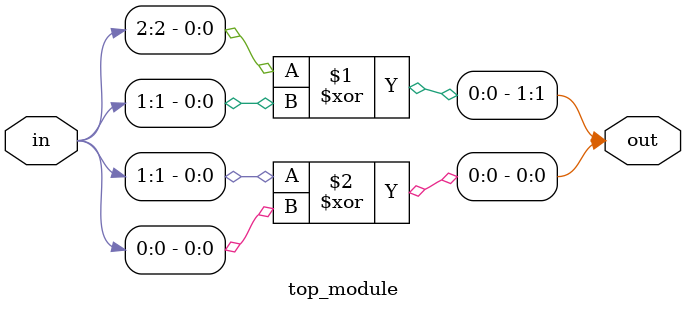
<source format=sv>
module top_module (
    input [2:0] in,
    output [1:0] out
);

    assign out[1] = in[2] ^ in[1];
    assign out[0] = in[1] ^ in[0];    

endmodule

</source>
